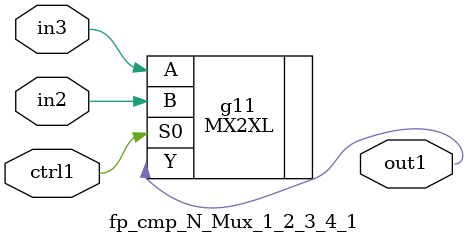
<source format=v>
`timescale 1ps / 1ps


module fp_cmp_N_Mux_1_2_3_4_1(in3, in2, ctrl1, out1);
  input in3, in2, ctrl1;
  output out1;
  wire in3, in2, ctrl1;
  wire out1;
  MX2XL g11(.A (in3), .B (in2), .S0 (ctrl1), .Y (out1));
endmodule



</source>
